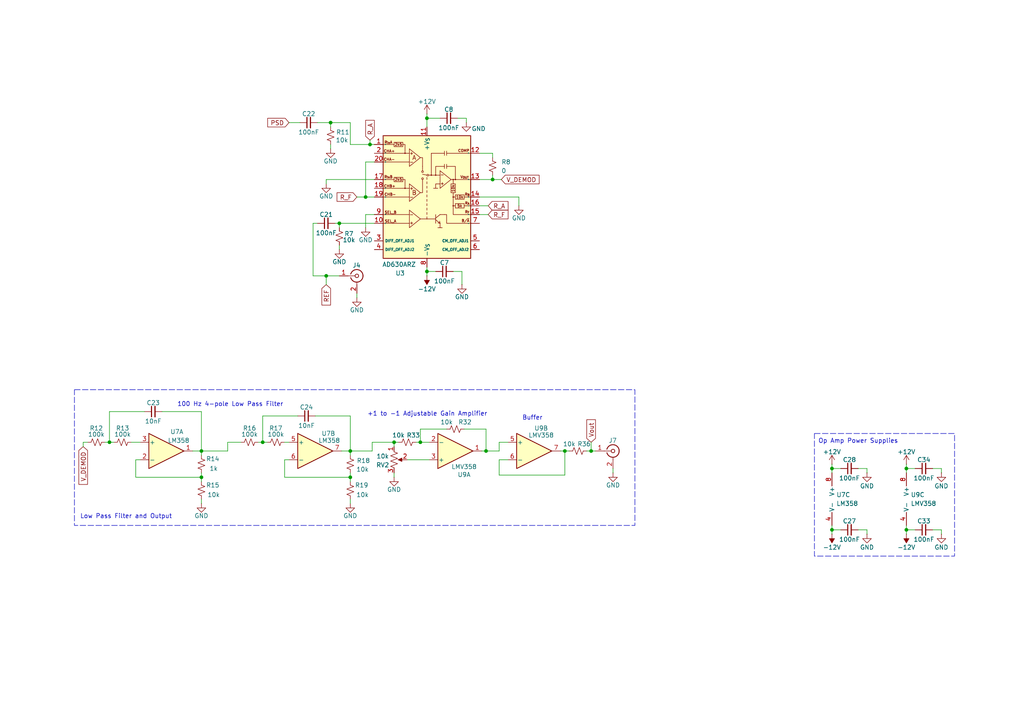
<source format=kicad_sch>
(kicad_sch (version 20231120) (generator "eeschema") (generator_version "8.0")
  (paper "A4")
  (lib_symbols
    (symbol "Amplifier_Operational:LM358" (pin_names (offset 0.127))
      (property "Reference" "U" (at 0 5.08 0))
      (property "Value" "LM358" (at 0 -5.08 0))
      (symbol "LM358_1_1"
        (polyline (pts (xy -5.08 5.08) (xy 5.08 0) (xy -5.08 -5.08) (xy -5.08 5.08)) (stroke (width 0.254)) (fill (type background)))
        (pin output line (at 7.62 0 180) (length 2.54) (name "~") (number "1"))
        (pin input line (at -7.62 -2.54 0) (length 2.54) (name "-") (number "2"))
        (pin input line (at -7.62 2.54 0) (length 2.54) (name "+") (number "3"))
      )
      (symbol "LM358_2_1"
        (polyline (pts (xy -5.08 5.08) (xy 5.08 0) (xy -5.08 -5.08) (xy -5.08 5.08)) (stroke (width 0.254)) (fill (type background)))
        (pin input line (at -7.62 2.54 0) (length 2.54) (name "+") (number "5"))
        (pin input line (at -7.62 -2.54 0) (length 2.54) (name "-") (number "6"))
        (pin output line (at 7.62 0 180) (length 2.54) (name "~") (number "7"))
      )
      (symbol "LM358_3_1"
        (pin power_in line (at -2.54 -7.62 90) (length 3.81) (name "V-") (number "4"))
        (pin power_in line (at -2.54 7.62 270) (length 3.81) (name "V+") (number "8"))
      )
    )
    (symbol "Amplifier_Operational:LMV358" (pin_names (offset 0.127))
      (property "Reference" "U" (at 0 5.08 0))
      (property "Value" "LMV358" (at 0 -5.08 0))
      (symbol "LMV358_1_1"
        (polyline (pts (xy -5.08 5.08) (xy 5.08 0) (xy -5.08 -5.08) (xy -5.08 5.08)) (stroke (width 0.254)) (fill (type background)))
        (pin output line (at 7.62 0 180) (length 2.54) (name "~") (number "1"))
        (pin input line (at -7.62 -2.54 0) (length 2.54) (name "-") (number "2"))
        (pin input line (at -7.62 2.54 0) (length 2.54) (name "+") (number "3"))
      )
      (symbol "LMV358_2_1"
        (polyline (pts (xy -5.08 5.08) (xy 5.08 0) (xy -5.08 -5.08) (xy -5.08 5.08)) (stroke (width 0.254)) (fill (type background)))
        (pin input line (at -7.62 2.54 0) (length 2.54) (name "+") (number "5"))
        (pin input line (at -7.62 -2.54 0) (length 2.54) (name "-") (number "6"))
        (pin output line (at 7.62 0 180) (length 2.54) (name "~") (number "7"))
      )
      (symbol "LMV358_3_1"
        (pin power_in line (at -2.54 -7.62 90) (length 3.81) (name "V-") (number "4"))
        (pin power_in line (at -2.54 7.62 270) (length 3.81) (name "V+") (number "8"))
      )
    )
    (symbol "Analog:AD630ARZ"
      (property "Reference" "U" (at -8.89 19.05 0))
      (property "Value" "AD630ARZ" (at 6.35 19.05 0))
      (symbol "AD630ARZ_0_0"
        (text "+" (at -4.445 -7.493 0) (effects (font (size 0.889 0.889))))
        (text "+" (at -4.445 2.54 0) (effects (font (size 0.889 0.889))))
        (text "+" (at -4.445 12.7 0) (effects (font (size 0.889 0.889))))
        (text "+" (at 4.445 3.937 0) (effects (font (size 0.889 0.889))))
        (text "-" (at -4.445 -5.08 0) (effects (font (size 0.889 0.889))))
        (text "-" (at -4.445 0 0) (effects (font (size 0.889 0.889))))
        (text "-" (at -4.445 10.16 0) (effects (font (size 0.889 0.889))))
        (text "-" (at 4.445 6.477 0) (effects (font (size 0.889 0.889))))
        (text "10k" (at 7.62 2.54 900) (effects (font (size 0.762 0.762))))
        (text "10k" (at 9.525 0 0) (effects (font (size 0.762 0.762))))
        (text "2k5" (at -8.255 5.08 0) (effects (font (size 0.762 0.762))))
        (text "2k5" (at -8.255 15.24 0) (effects (font (size 0.762 0.762))))
        (text "5k" (at 9.525 -2.54 0) (effects (font (size 0.762 0.762))))
        (text "A" (at -3.683 11.43 0) (effects (font (size 1.27 1.27))))
        (text "B" (at -3.683 1.27 0) (effects (font (size 1.27 1.27))))
        (text "B/~{A}" (at 11.176 -6.858 0) (effects (font (size 0.762 0.762))))
        (text "CHA+" (at -10.922 13.335 0) (effects (font (size 0.762 0.762))))
        (text "CHA-" (at -10.922 10.922 0) (effects (font (size 0.762 0.762))))
        (text "CHB+" (at -10.795 3.175 0) (effects (font (size 0.762 0.762))))
        (text "CHB-" (at -10.668 0.762 0) (effects (font (size 0.762 0.762))))
        (text "COMP" (at 10.668 13.462 0) (effects (font (size 0.762 0.762))))
        (text "R_{A}" (at 11.684 -1.778 0) (effects (font (size 0.762 0.762))))
        (text "R_{B}" (at 11.684 0.762 0) (effects (font (size 0.762 0.762))))
        (text "R_{F}" (at 11.684 -4.318 0) (effects (font (size 0.762 0.762))))
        (text "R_{in}A" (at -11.176 15.875 0) (effects (font (size 0.762 0.762))))
        (text "R_{in}B" (at -11.176 5.842 0) (effects (font (size 0.762 0.762))))
        (text "SEL_A" (at -10.541 -6.985 0) (effects (font (size 0.762 0.762))))
        (text "SEL_B" (at -10.541 -4.445 0) (effects (font (size 0.762 0.762))))
        (text "V_{OUT}" (at 10.922 5.842 0) (effects (font (size 0.762 0.762))))
      )
      (symbol "AD630ARZ_0_1"
        (rectangle (start -12.7 17.78) (end 12.7 -17.78) (stroke (width 0.254)) (fill (type background)))
        (circle (center -6.35 2.54) (radius 0.127))
        (circle (center -6.35 12.7) (radius 0.127))
        (circle (center -1.27 5.334) (radius 0.254))
        (circle (center -1.27 7.366) (radius 0.254))
        (polyline (pts (xy -12.7 -7.62) (xy -5.08 -7.62)))
        (polyline (pts (xy -12.7 -5.08) (xy -5.08 -5.08)))
        (polyline (pts (xy -12.7 0) (xy -5.08 0)))
        (polyline (pts (xy -12.7 5.08) (xy -9.525 5.08)))
        (polyline (pts (xy -12.7 10.16) (xy -5.08 10.16)))
        (polyline (pts (xy -12.7 15.24) (xy -9.525 15.24)))
        (polyline (pts (xy -6.35 12.7) (xy -5.08 12.7)))
        (polyline (pts (xy -1.905 -6.35) (xy 0 -6.35)))
        (polyline (pts (xy -1.27 8.89) (xy -1.27 7.62)))
        (polyline (pts (xy 0 -6.35) (xy 2.54 -6.35)))
        (polyline (pts (xy 0 -5.715) (xy 0 -6.35)))
        (polyline (pts (xy 0 -4.445) (xy 0 -5.08)))
        (polyline (pts (xy 0 -3.175) (xy 0 -3.81)))
        (polyline (pts (xy 0 -1.905) (xy 0 -2.54)))
        (polyline (pts (xy 0 -0.635) (xy 0 -1.27)))
        (polyline (pts (xy 0 0.635) (xy 0 0)))
        (polyline (pts (xy 0 1.905) (xy 0 1.27)))
        (polyline (pts (xy 0 3.175) (xy 0 2.54)))
        (polyline (pts (xy 0 4.445) (xy 0 3.81)))
        (polyline (pts (xy 0 5.715) (xy 0 5.08)))
        (polyline (pts (xy 0 6.35) (xy -1.27 6.604)))
        (polyline (pts (xy 1.27 6.35) (xy 0.508 6.35)))
        (polyline (pts (xy 1.27 6.35) (xy 1.27 12.7)))
        (polyline (pts (xy 1.27 6.35) (xy 3.81 6.35)))
        (polyline (pts (xy 1.905 2.54) (xy 3.175 2.54)))
        (polyline (pts (xy 2.54 -6.604) (xy 3.81 -7.62)))
        (polyline (pts (xy 2.54 -6.096) (xy 3.81 -5.08)))
        (polyline (pts (xy 2.54 -5.08) (xy 2.54 -7.62)))
        (polyline (pts (xy 3.81 -8.89) (xy 4.445 -8.89)))
        (polyline (pts (xy 3.81 -5.08) (xy 5.08 -5.08)))
        (polyline (pts (xy 3.81 7.62) (xy 3.81 2.54)))
        (polyline (pts (xy 5.08 9.525) (xy 5.08 8.255)))
        (polyline (pts (xy 5.08 12.065) (xy 5.08 12.7)))
        (polyline (pts (xy 5.715 9.525) (xy 5.715 8.255)))
        (polyline (pts (xy 5.715 12.7) (xy 12.7 12.7)))
        (polyline (pts (xy 5.715 13.335) (xy 5.715 12.065)))
        (polyline (pts (xy 7.62 1.27) (xy 7.62 -2.54)))
        (polyline (pts (xy 7.62 5.08) (xy 12.7 5.08)))
        (polyline (pts (xy 8.255 -2.54) (xy 7.62 -2.54)))
        (polyline (pts (xy 8.255 0) (xy 7.62 0)))
        (polyline (pts (xy 10.795 -2.54) (xy 12.7 -2.54)))
        (polyline (pts (xy 10.795 0) (xy 12.7 0)))
        (polyline (pts (xy -6.35 2.54) (xy -5.715 2.54) (xy -5.08 2.54)))
        (polyline (pts (xy -1.905 1.27) (xy -1.27 1.27) (xy -1.27 5.08)))
        (polyline (pts (xy -1.905 11.43) (xy -1.27 11.43) (xy -1.27 8.89)))
        (polyline (pts (xy 1.27 12.7) (xy 5.08 12.7) (xy 5.08 13.335)))
        (polyline (pts (xy 2.54 6.35) (xy 2.54 8.89) (xy 5.08 8.89)))
        (polyline (pts (xy 3.683 -6.985) (xy 3.81 -7.62) (xy 3.175 -7.493)))
        (polyline (pts (xy 3.81 -7.62) (xy 3.81 -8.89) (xy 3.175 -8.89)))
        (polyline (pts (xy 3.81 3.81) (xy 2.54 3.81) (xy 2.54 2.54)))
        (polyline (pts (xy 3.81 7.62) (xy 6.985 5.08) (xy 3.81 2.54)))
        (polyline (pts (xy 5.715 8.89) (xy 8.255 8.89) (xy 8.255 5.08)))
        (polyline (pts (xy 7.62 -2.54) (xy 7.62 -5.08) (xy 12.7 -5.08)))
        (polyline (pts (xy 7.62 3.81) (xy 7.62 5.08) (xy 6.985 5.08)))
        (polyline (pts (xy -6.985 5.08) (xy -6.35 5.08) (xy -6.35 2.54) (xy -12.7 2.54)))
        (polyline (pts (xy -6.985 15.24) (xy -6.35 15.24) (xy -6.35 12.7) (xy -12.7 12.7)))
        (polyline (pts (xy -5.08 -3.81) (xy -5.08 -8.89) (xy -1.905 -6.35) (xy -5.08 -3.81)))
        (polyline (pts (xy -5.08 3.81) (xy -5.08 -1.27) (xy -1.905 1.27) (xy -5.08 3.81)))
        (polyline (pts (xy -5.08 13.97) (xy -5.08 8.89) (xy -1.905 11.43) (xy -5.08 13.97)))
        (polyline (pts (xy 5.08 -5.08) (xy 5.715 -5.08) (xy 5.715 -7.62) (xy 12.7 -7.62)))
        (polyline (pts (xy -9.525 5.715) (xy -9.525 4.445) (xy -6.985 4.445) (xy -6.985 5.715) (xy -9.525 5.715)))
        (polyline (pts (xy -9.525 15.875) (xy -9.525 14.605) (xy -6.985 14.605) (xy -6.985 15.875) (xy -9.525 15.875)))
        (polyline (pts (xy 6.985 3.81) (xy 8.255 3.81) (xy 8.255 1.27) (xy 6.985 1.27) (xy 6.985 3.81)))
        (polyline (pts (xy 8.255 -1.905) (xy 8.255 -3.175) (xy 10.795 -3.175) (xy 10.795 -1.905) (xy 8.255 -1.905)))
        (polyline (pts (xy 8.255 0.635) (xy 8.255 -0.635) (xy 10.795 -0.635) (xy 10.795 0.635) (xy 8.255 0.635)))
        (circle (center 0.254 6.35) (radius 0.254))
        (circle (center 1.27 6.35) (radius 0.127))
        (circle (center 2.54 6.35) (radius 0.127))
        (circle (center 7.62 -2.54) (radius 0.127))
        (circle (center 7.62 0) (radius 0.127))
        (circle (center 7.62 5.08) (radius 0.127))
        (circle (center 8.255 5.08) (radius 0.127))
      )
      (symbol "AD630ARZ_1_1"
        (pin input line (at -15.24 15.24 0) (length 2.54) (name "R_{in}A") (number "1"))
        (pin input line (at -15.24 -7.62 0) (length 2.54) (name "SEL_A") (number "10"))
        (pin power_in line (at 0 20.32 270) (length 2.54) (name "+V_{S}") (number "11"))
        (pin passive line (at 15.24 12.7 180) (length 2.54) (name "COMP") (number "12"))
        (pin output line (at 15.24 5.08 180) (length 2.54) (name "V_{OUT}") (number "13"))
        (pin output line (at 15.24 0 180) (length 2.54) (name "R_{B}") (number "14"))
        (pin output line (at 15.24 -5.08 180) (length 2.54) (name "R_{F}") (number "15"))
        (pin output line (at 15.24 -2.54 180) (length 2.54) (name "R_{A}") (number "16"))
        (pin input line (at -15.24 5.08 0) (length 2.54) (name "R_{in}B") (number "17"))
        (pin input line (at -15.24 2.54 0) (length 2.54) (name "CHB+") (number "18"))
        (pin input line (at -15.24 0 0) (length 2.54) (name "CHB-") (number "19"))
        (pin input line (at -15.24 12.7 0) (length 2.54) (name "CHA+") (number "2"))
        (pin input line (at -15.24 10.16 0) (length 2.54) (name "CHA-") (number "20"))
        (pin passive line (at -15.24 -12.7 0) (length 2.54) (name "DIFF_OFF_ADJ1") (number "3"))
        (pin passive line (at -15.24 -15.24 0) (length 2.54) (name "DIFF_OFF_ADJ2") (number "4"))
        (pin passive line (at 15.24 -12.7 180) (length 2.54) (name "CM_OFF_ADJ1") (number "5"))
        (pin passive line (at 15.24 -15.24 180) (length 2.54) (name "CM_OFF_ADJ2") (number "6"))
        (pin open_collector line (at 15.24 -7.62 180) (length 2.54) (name "B/~{A}") (number "7"))
        (pin power_in line (at 0 -20.32 90) (length 2.54) (name "-V_{S}") (number "8"))
        (pin input line (at -15.24 -5.08 0) (length 2.54) (name "SEL_B") (number "9"))
      )
    )
    (symbol "Connector:Conn_Coaxial" (pin_names (offset 1.016) hide)
      (property "Reference" "J" (at 0.254 3.048 0))
      (property "Value" "Conn_Coaxial" (at 2.921 0 90))
      (symbol "Conn_Coaxial_0_1"
        (arc (start -1.778 -0.508) (mid 0.2311 -1.8066) (end 1.778 0) (stroke (width 0.254)))
        (polyline (pts (xy -2.54 0) (xy -0.508 0)))
        (polyline (pts (xy 0 -2.54) (xy 0 -1.778)))
        (circle (center 0 0) (radius 0.508) (stroke (width 0.2032)))
        (arc (start 1.778 0) (mid 0.2099 1.8101) (end -1.778 0.508) (stroke (width 0.254)))
      )
      (symbol "Conn_Coaxial_1_1"
        (pin passive line (at -5.08 0 0) (length 2.54) (name "In") (number "1"))
        (pin passive line (at 0 -5.08 90) (length 2.54) (name "Ext") (number "2"))
      )
    )
    (symbol "Device:C_Small" (pin_numbers hide) (pin_names (offset 0.254) hide)
      (property "Reference" "C" (at 0.254 1.778 0))
      (property "Value" "C_Small" (at 0.254 -2.032 0))
      (symbol "C_Small_0_1"
        (polyline (pts (xy -1.524 -0.508) (xy 1.524 -0.508)) (stroke (width 0.3302)))
        (polyline (pts (xy -1.524 0.508) (xy 1.524 0.508)) (stroke (width 0.3048)))
      )
      (symbol "C_Small_1_1"
        (pin passive line (at 0 2.54 270) (length 2.032) (name "~") (number "1"))
        (pin passive line (at 0 -2.54 90) (length 2.032) (name "~") (number "2"))
      )
    )
    (symbol "Device:R_Potentiometer_US" (pin_names (offset 1.016) hide)
      (property "Reference" "RV" (at -4.445 0 90))
      (property "Value" "R_Potentiometer_US" (at -2.54 0 90))
      (symbol "R_Potentiometer_US_0_1"
        (polyline (pts (xy 0 -2.286) (xy 0 -2.54)))
        (polyline (pts (xy 0 2.54) (xy 0 2.286)))
        (polyline (pts (xy 2.54 0) (xy 1.524 0)))
        (polyline (pts (xy 1.143 0) (xy 2.286 0.508) (xy 2.286 -0.508) (xy 1.143 0)) (fill (type outline)))
        (polyline (pts (xy 0 -0.762) (xy 1.016 -1.143) (xy 0 -1.524) (xy -1.016 -1.905) (xy 0 -2.286)))
        (polyline (pts (xy 0 0.762) (xy 1.016 0.381) (xy 0 0) (xy -1.016 -0.381) (xy 0 -0.762)))
        (polyline (pts (xy 0 2.286) (xy 1.016 1.905) (xy 0 1.524) (xy -1.016 1.143) (xy 0 0.762)))
      )
      (symbol "R_Potentiometer_US_1_1"
        (pin passive line (at 0 3.81 270) (length 1.27) (name "1") (number "1"))
        (pin passive line (at 3.81 0 180) (length 1.27) (name "2") (number "2"))
        (pin passive line (at 0 -3.81 90) (length 1.27) (name "3") (number "3"))
      )
    )
    (symbol "Device:R_Small_US" (pin_numbers hide) (pin_names (offset 0.254) hide)
      (property "Reference" "R" (at 0.762 0.508 0))
      (property "Value" "R_Small_US" (at 0.762 -1.016 0))
      (symbol "R_Small_US_1_1"
        (polyline (pts (xy 0 0) (xy 1.016 -0.381) (xy 0 -0.762) (xy -1.016 -1.143) (xy 0 -1.524)))
        (polyline (pts (xy 0 1.524) (xy 1.016 1.143) (xy 0 0.762) (xy -1.016 0.381) (xy 0 0)))
        (pin passive line (at 0 2.54 270) (length 1.016) (name "~") (number "1"))
        (pin passive line (at 0 -2.54 90) (length 1.016) (name "~") (number "2"))
      )
    )
    (symbol "power:+12V" (power) (pin_numbers hide) (pin_names (offset 0) hide)
      (property "Value" "+12V" (at 0 3.556 0))
      (symbol "+12V_0_1"
        (polyline (pts (xy -0.762 1.27) (xy 0 2.54)))
        (polyline (pts (xy 0 0) (xy 0 2.54)))
        (polyline (pts (xy 0 2.54) (xy 0.762 1.27)))
      )
      (symbol "+12V_1_1"
        (pin power_in line (at 0 0 90) (length 0) (name "~") (number "1"))
      )
    )
    (symbol "power:-12V" (power) (pin_numbers hide) (pin_names (offset 0) hide)
      (property "Value" "-12V" (at 0 3.556 0))
      (symbol "-12V_0_0"
        (pin power_in line (at 0 0 90) (length 0) (name "~") (number "1"))
      )
      (symbol "-12V_0_1"
        (polyline (pts (xy 0 0) (xy 0 1.27) (xy 0.762 1.27) (xy 0 2.54) (xy -0.762 1.27) (xy 0 1.27)) (fill (type outline)))
      )
    )
    (symbol "power:GND" (power) (pin_numbers hide) (pin_names (offset 0) hide)
      (property "Value" "GND" (at 0 -3.81 0))
      (symbol "GND_0_1"
        (polyline (pts (xy 0 0) (xy 0 -1.27) (xy 1.27 -1.27) (xy 0 -2.54) (xy -1.27 -1.27) (xy 0 -1.27)))
      )
      (symbol "GND_1_1"
        (pin power_in line (at 0 0 270) (length 0) (name "~") (number "1"))
      )
    )
  )
  (junction (at 58.42 130.81))
  (junction (at 123.825 78.74))
  (junction (at 140.97 130.81))
  (junction (at 76.2 128.27))
  (junction (at 94.615 80.01))
  (junction (at 95.885 35.56))
  (junction (at 241.3 135.89))
  (junction (at 262.89 153.67))
  (junction (at 106.045 57.15))
  (junction (at 123.825 34.29))
  (junction (at 58.42 138.43))
  (junction (at 101.6 138.43))
  (junction (at 163.83 130.81))
  (junction (at 107.315 41.91))
  (junction (at 262.89 135.89))
  (junction (at 31.75 128.27))
  (junction (at 98.425 64.77))
  (junction (at 142.875 52.07))
  (junction (at 101.6 130.81))
  (junction (at 241.3 153.67))
  (junction (at 171.45 130.81))
  (junction (at 121.92 128.27))
  (junction (at 114.3 128.27))
  (wire (pts (xy 150.495 59.69) (xy 150.495 57.15)))
  (wire (pts (xy 134.62 124.46) (xy 140.97 124.46)))
  (wire (pts (xy 83.82 35.56) (xy 86.995 35.56)))
  (wire (pts (xy 251.46 137.16) (xy 251.46 135.89)))
  (wire (pts (xy 94.615 80.01) (xy 94.615 82.55)))
  (wire (pts (xy 94.615 52.07) (xy 94.615 53.34)))
  (wire (pts (xy 273.05 153.67) (xy 270.51 153.67)))
  (wire (pts (xy 77.47 128.27) (xy 76.2 128.27)))
  (wire (pts (xy 83.82 128.27) (xy 82.55 128.27)))
  (wire (pts (xy 123.825 77.47) (xy 123.825 78.74)))
  (wire (pts (xy 262.89 153.67) (xy 262.89 154.94)))
  (wire (pts (xy 135.255 35.56) (xy 135.255 34.29)))
  (wire (pts (xy 241.3 135.89) (xy 241.3 137.16)))
  (wire (pts (xy 58.42 132.08) (xy 58.42 130.81)))
  (wire (pts (xy 108.585 57.15) (xy 106.045 57.15)))
  (wire (pts (xy 139.065 44.45) (xy 142.875 44.45)))
  (wire (pts (xy 241.3 153.67) (xy 241.3 154.94)))
  (wire (pts (xy 114.3 128.27) (xy 115.57 128.27)))
  (wire (pts (xy 265.43 153.67) (xy 262.89 153.67)))
  (wire (pts (xy 243.84 135.89) (xy 241.3 135.89)))
  (wire (pts (xy 139.065 52.07) (xy 142.875 52.07)))
  (wire (pts (xy 101.6 130.81) (xy 99.06 130.81)))
  (wire (pts (xy 58.42 130.81) (xy 55.88 130.81)))
  (wire (pts (xy 106.045 46.99) (xy 108.585 46.99)))
  (wire (pts (xy 251.46 153.67) (xy 248.92 153.67)))
  (wire (pts (xy 82.55 138.43) (xy 82.55 133.35)))
  (wire (pts (xy 114.3 137.16) (xy 114.3 138.43)))
  (wire (pts (xy 58.42 146.05) (xy 58.42 144.78)))
  (wire (pts (xy 101.6 120.65) (xy 101.6 130.81)))
  (wire (pts (xy 101.6 41.91) (xy 101.6 35.56)))
  (wire (pts (xy 24.13 129.54) (xy 24.13 128.27)))
  (wire (pts (xy 101.6 138.43) (xy 101.6 139.7)))
  (wire (pts (xy 147.32 133.35) (xy 144.78 133.35)))
  (wire (pts (xy 123.825 33.02) (xy 123.825 34.29)))
  (wire (pts (xy 241.3 134.62) (xy 241.3 135.89)))
  (wire (pts (xy 107.315 41.91) (xy 108.585 41.91)))
  (wire (pts (xy 133.985 78.74) (xy 131.445 78.74)))
  (wire (pts (xy 163.83 130.81) (xy 163.83 137.795)))
  (wire (pts (xy 123.825 34.29) (xy 127.635 34.29)))
  (wire (pts (xy 58.42 119.38) (xy 58.42 130.81)))
  (wire (pts (xy 106.045 57.15) (xy 106.045 46.99)))
  (wire (pts (xy 147.32 128.27) (xy 144.78 128.27)))
  (wire (pts (xy 142.875 44.45) (xy 142.875 45.72)))
  (wire (pts (xy 30.48 128.27) (xy 31.75 128.27)))
  (wire (pts (xy 273.05 137.16) (xy 273.05 135.89)))
  (wire (pts (xy 123.825 78.74) (xy 123.825 80.01)))
  (wire (pts (xy 76.2 128.27) (xy 74.93 128.27)))
  (wire (pts (xy 273.05 154.94) (xy 273.05 153.67)))
  (wire (pts (xy 144.78 130.81) (xy 140.97 130.81)))
  (wire (pts (xy 126.365 78.74) (xy 123.825 78.74)))
  (wire (pts (xy 121.92 124.46) (xy 129.54 124.46)))
  (wire (pts (xy 31.75 119.38) (xy 41.91 119.38)))
  (wire (pts (xy 124.46 128.27) (xy 121.92 128.27)))
  (wire (pts (xy 262.89 153.67) (xy 262.89 152.4)))
  (wire (pts (xy 82.55 133.35) (xy 83.82 133.35)))
  (wire (pts (xy 171.45 130.81) (xy 172.72 130.81)))
  (wire (pts (xy 98.425 64.77) (xy 108.585 64.77)))
  (wire (pts (xy 38.1 128.27) (xy 40.64 128.27)))
  (wire (pts (xy 107.95 130.81) (xy 107.95 128.27)))
  (wire (pts (xy 106.045 62.23) (xy 108.585 62.23)))
  (wire (pts (xy 101.6 35.56) (xy 95.885 35.56)))
  (wire (pts (xy 95.885 35.56) (xy 95.885 36.83)))
  (wire (pts (xy 140.97 124.46) (xy 140.97 130.81)))
  (wire (pts (xy 66.04 128.27) (xy 66.04 130.81)))
  (wire (pts (xy 58.42 138.43) (xy 58.42 139.7)))
  (wire (pts (xy 121.92 128.27) (xy 120.65 128.27)))
  (wire (pts (xy 177.8 135.89) (xy 177.8 137.16)))
  (wire (pts (xy 163.83 130.81) (xy 165.1 130.81)))
  (wire (pts (xy 101.6 137.16) (xy 101.6 138.43)))
  (wire (pts (xy 101.6 138.43) (xy 82.55 138.43)))
  (wire (pts (xy 39.37 138.43) (xy 58.42 138.43)))
  (wire (pts (xy 90.805 64.77) (xy 92.075 64.77)))
  (wire (pts (xy 144.78 128.27) (xy 144.78 130.81)))
  (wire (pts (xy 24.13 128.27) (xy 25.4 128.27)))
  (wire (pts (xy 90.805 80.01) (xy 94.615 80.01)))
  (wire (pts (xy 170.18 130.81) (xy 171.45 130.81)))
  (wire (pts (xy 139.065 59.69) (xy 141.605 59.69)))
  (wire (pts (xy 132.715 34.29) (xy 135.255 34.29)))
  (wire (pts (xy 139.065 62.23) (xy 141.605 62.23)))
  (wire (pts (xy 40.64 133.35) (xy 39.37 133.35)))
  (wire (pts (xy 101.6 130.81) (xy 107.95 130.81)))
  (wire (pts (xy 31.75 128.27) (xy 33.02 128.27)))
  (wire (pts (xy 273.05 135.89) (xy 270.51 135.89)))
  (wire (pts (xy 133.985 82.55) (xy 133.985 78.74)))
  (wire (pts (xy 46.99 119.38) (xy 58.42 119.38)))
  (wire (pts (xy 106.045 62.23) (xy 106.045 66.04)))
  (wire (pts (xy 262.89 134.62) (xy 262.89 135.89)))
  (wire (pts (xy 118.11 133.35) (xy 124.46 133.35)))
  (wire (pts (xy 123.825 34.29) (xy 123.825 36.83)))
  (wire (pts (xy 101.6 130.81) (xy 101.6 132.08)))
  (wire (pts (xy 107.315 41.91) (xy 101.6 41.91)))
  (wire (pts (xy 90.805 80.01) (xy 90.805 64.77)))
  (wire (pts (xy 241.3 152.4) (xy 241.3 153.67)))
  (wire (pts (xy 31.75 119.38) (xy 31.75 128.27)))
  (wire (pts (xy 66.04 130.81) (xy 58.42 130.81)))
  (wire (pts (xy 262.89 135.89) (xy 262.89 137.16)))
  (wire (pts (xy 98.425 71.12) (xy 98.425 72.39)))
  (wire (pts (xy 98.425 64.77) (xy 97.155 64.77)))
  (wire (pts (xy 142.875 52.07) (xy 145.415 52.07)))
  (wire (pts (xy 171.45 128.27) (xy 171.45 130.81)))
  (wire (pts (xy 58.42 137.16) (xy 58.42 138.43)))
  (wire (pts (xy 107.315 40.64) (xy 107.315 41.91)))
  (wire (pts (xy 98.425 64.77) (xy 98.425 66.04)))
  (wire (pts (xy 108.585 52.07) (xy 94.615 52.07)))
  (wire (pts (xy 140.97 130.81) (xy 139.7 130.81)))
  (wire (pts (xy 103.505 57.15) (xy 106.045 57.15)))
  (wire (pts (xy 114.3 129.54) (xy 114.3 128.27)))
  (wire (pts (xy 76.2 120.65) (xy 76.2 128.27)))
  (wire (pts (xy 91.44 120.65) (xy 101.6 120.65)))
  (wire (pts (xy 144.78 137.795) (xy 163.83 137.795)))
  (wire (pts (xy 103.505 85.09) (xy 103.505 86.36)))
  (wire (pts (xy 69.85 128.27) (xy 66.04 128.27)))
  (wire (pts (xy 142.875 50.8) (xy 142.875 52.07)))
  (wire (pts (xy 95.885 41.91) (xy 95.885 43.18)))
  (wire (pts (xy 251.46 154.94) (xy 251.46 153.67)))
  (wire (pts (xy 94.615 80.01) (xy 98.425 80.01)))
  (wire (pts (xy 163.83 130.81) (xy 162.56 130.81)))
  (wire (pts (xy 121.92 124.46) (xy 121.92 128.27)))
  (wire (pts (xy 265.43 135.89) (xy 262.89 135.89)))
  (wire (pts (xy 243.84 153.67) (xy 241.3 153.67)))
  (wire (pts (xy 95.885 35.56) (xy 92.075 35.56)))
  (wire (pts (xy 144.78 133.35) (xy 144.78 137.795)))
  (wire (pts (xy 107.95 128.27) (xy 114.3 128.27)))
  (wire (pts (xy 39.37 133.35) (xy 39.37 138.43)))
  (wire (pts (xy 251.46 135.89) (xy 248.92 135.89)))
  (wire (pts (xy 76.2 120.65) (xy 86.36 120.65)))
  (wire (pts (xy 101.6 144.78) (xy 101.6 146.05)))
  (wire (pts (xy 150.495 57.15) (xy 139.065 57.15)))
  (rectangle (start 21.59 113.03) (end 184.15 152.4) (stroke (width 0) (type dash)))
  (rectangle (start 236.22 125.73) (end 276.86 161.29) (stroke (width 0) (type dash)))
  (text "Low Pass Filter and Output" (at 36.576 149.86 0) (effects (font (size 1.27 1.27))))
  (text "100 Hz 4-pole Low Pass Filter" (at 66.802 117.348 0) (effects (font (size 1.27 1.27))))
  (text "Op Amp Power Supplies" (at 248.92 128.016 0) (effects (font (size 1.27 1.27))))
  (text "Buffer" (at 154.432 121.285 0) (effects (font (size 1.27 1.27))))
  (text "+1 to -1 Adjustable Gain Amplifier" (at 123.952 120.142 0) (effects (font (size 1.27 1.27))))
  (global_label "R_F" (shape input) (at 141.605 62.23 0) (property "Intersheetrefs" "${INTERSHEET_REFS}" (effects (hide yes))))
  (global_label "R_A" (shape input) (at 107.315 40.64 90) (property "Intersheetrefs" "${INTERSHEET_REFS}" (effects (hide yes))))
  (global_label "Vout" (shape input) (at 171.45 128.27 90) (property "Intersheetrefs" "${INTERSHEET_REFS}" (effects (hide yes))))
  (global_label "V_DEMOD" (shape input) (at 145.415 52.07 0) (property "Intersheetrefs" "${INTERSHEET_REFS}" (effects (hide yes))))
  (global_label "R_F" (shape input) (at 103.505 57.15 180) (property "Intersheetrefs" "${INTERSHEET_REFS}" (effects (hide yes))))
  (global_label "V_DEMOD" (shape input) (at 24.13 129.54 270) (property "Intersheetrefs" "${INTERSHEET_REFS}" (effects (hide yes))))
  (global_label "PSD" (shape input) (at 83.82 35.56 180) (property "Intersheetrefs" "${INTERSHEET_REFS}" (effects (hide yes))))
  (global_label "REF" (shape input) (at 94.615 82.55 270) (property "Intersheetrefs" "${INTERSHEET_REFS}" (effects (hide yes))))
  (global_label "R_A" (shape input) (at 141.605 59.69 0) (property "Intersheetrefs" "${INTERSHEET_REFS}" (effects (hide yes))))
  (symbol (lib_id "power:GND") (at 135.255 35.56 0) (unit 1)
    (property "Reference" "#PWR054" (effects (hide yes)))
    (property "Value" "GND" (at 138.811 37.338 0))
    (property "Description" "Power symbol creates a global label with name \"GND\" , ground" (effects (hide yes)))
  )
  (symbol (lib_id "power:GND") (at 150.495 59.69 0) (unit 1)
    (property "Reference" "#PWR056" (effects (hide yes)))
    (property "Value" "GND" (at 150.495 63.246 0))
    (property "Description" "Power symbol creates a global label with name \"GND\" , ground" (effects (hide yes)))
  )
  (symbol (lib_id "Device:C_Small") (at 130.175 34.29 90) (unit 1)
    (property "Reference" "C8" (at 130.175 31.75 90))
    (property "Value" "100nF" (at 130.175 37.084 90))
    (property "Description" "Unpolarized capacitor, small symbol" (effects (hide yes)))
  )
  (symbol (lib_id "Device:C_Small") (at 44.45 119.38 90) (unit 1)
    (property "Reference" "C23" (at 44.45 116.84 90))
    (property "Value" "10nF" (at 44.45 122.174 90))
    (property "Description" "Unpolarized capacitor, small symbol" (effects (hide yes)))
  )
  (symbol (lib_id "Device:R_Small_US") (at 142.875 48.26 0) (unit 1)
    (property "Reference" "R8" (at 145.415 46.9899 0) (effects (justify left)))
    (property "Value" "0" (at 145.415 49.5299 0) (effects (justify left)))
    (property "Description" "Resistor, small US symbol" (effects (hide yes)))
  )
  (symbol (lib_id "Device:R_Small_US") (at 35.56 128.27 90) (unit 1)
    (property "Reference" "R13" (at 35.56 124.206 90))
    (property "Value" "100k" (at 35.56 125.984 90))
    (property "Description" "Resistor, small US symbol" (effects (hide yes)))
  )
  (symbol (lib_id "Amplifier_Operational:LM358") (at 48.26 130.81 0) (unit 1)
    (property "Reference" "U7" (at 51.308 125.222 0))
    (property "Value" "LM358" (at 51.816 127.762 0))
    (property "Footprint" "Package_SO:SOIC-8_3.9x4.9mm_P1.27mm" (effects (hide yes)))
    (property "Datasheet" "http://www.ti.com/lit/ds/symlink/lm2904-n.pdf" (effects (hide yes)))
    (property "Description" "Low-Power, Dual Operational Amplifiers, DIP-8/SOIC-8/TO-99-8" (effects (hide yes)))
  )
  (symbol (lib_id "Connector:Conn_Coaxial") (at 103.505 80.01 0) (unit 1)
    (property "Reference" "J4" (at 102.235 76.962 0) (effects (justify left)))
    (property "Value" "Conn_Coaxial" (effects (hide yes)))
    (property "Description" "coaxial connector (BNC, SMA, SMB, SMC, Cinch/RCA, LEMO, ...)" (effects (hide yes)))
  )
  (symbol (lib_id "power:+12V") (at 241.3 134.62 0) (unit 1)
    (property "Reference" "#PWR062" (effects (hide yes)))
    (property "Value" "+12V" (at 241.3 131.064 0))
    (property "Description" "Power symbol creates a global label with name \"+12V\"" (effects (hide yes)))
  )
  (symbol (lib_id "Device:R_Small_US") (at 118.11 128.27 90) (unit 1)
    (property "Reference" "R33" (at 119.888 126.238 90))
    (property "Value" "10k" (at 115.57 126.238 90))
    (property "Description" "Resistor, small US symbol" (effects (hide yes)))
  )
  (symbol (lib_id "Device:R_Small_US") (at 58.42 142.24 180) (unit 1)
    (property "Reference" "R15" (at 61.722 140.716 0))
    (property "Value" "10k" (at 61.976 143.51 0))
    (property "Description" "Resistor, small US symbol" (effects (hide yes)))
  )
  (symbol (lib_id "Analog:AD630ARZ") (at 123.825 57.15 0) (unit 1)
    (property "Reference" "U3" (at 114.681 79.248 0) (effects (justify left)))
    (property "Value" "AD630ARZ" (at 110.871 76.708 0) (effects (justify left)))
    (property "Footprint" "Package_SO:SOIC-20W_7.5x12.8mm_P1.27mm" (effects (hide yes)))
    (property "Datasheet" "https://www.analog.com/media/en/technical-documentation/data-sheets/ad630.pdf" (effects (hide yes)))
    (property "Description" "High precision Balanced Modulator/Demodulator, 2 MHz, SOIC-20W" (effects (hide yes)))
  )
  (symbol (lib_id "power:GND") (at 133.985 82.55 0) (unit 1)
    (property "Reference" "#PWR053" (effects (hide yes)))
    (property "Value" "GND" (at 133.985 86.106 0))
    (property "Description" "Power symbol creates a global label with name \"GND\" , ground" (effects (hide yes)))
  )
  (symbol (lib_id "Device:R_Potentiometer_US") (at 114.3 133.35 0) (unit 1)
    (property "Reference" "RV2" (at 110.998 134.874 0))
    (property "Value" "10k" (at 110.998 132.334 0))
    (property "Description" "Potentiometer, US symbol" (effects (hide yes)))
  )
  (symbol (lib_id "Device:R_Small_US") (at 80.01 128.27 90) (unit 1)
    (property "Reference" "R17" (at 80.01 124.206 90))
    (property "Value" "100k" (at 80.01 125.984 90))
    (property "Description" "Resistor, small US symbol" (effects (hide yes)))
  )
  (symbol (lib_id "Amplifier_Operational:LMV358") (at 265.43 144.78 0) (unit 3)
    (property "Reference" "U9" (at 264.16 143.5099 0) (effects (justify left)))
    (property "Value" "LMV358" (at 264.16 146.0499 0) (effects (justify left)))
    (property "Datasheet" "http://www.ti.com/lit/ds/symlink/lmv324.pdf" (effects (hide yes)))
    (property "Description" "Dual Low-Voltage Rail-to-Rail Output Operational Amplifiers, SOIC-8/SSOP-8" (effects (hide yes)))
  )
  (symbol (lib_id "Device:R_Small_US") (at 72.39 128.27 90) (unit 1)
    (property "Reference" "R16" (at 72.39 124.206 90))
    (property "Value" "100k" (at 72.39 125.984 90))
    (property "Description" "Resistor, small US symbol" (effects (hide yes)))
  )
  (symbol (lib_id "power:+12V") (at 123.825 33.02 0) (unit 1)
    (property "Reference" "#PWR051" (effects (hide yes)))
    (property "Value" "+12V" (at 123.825 29.464 0))
    (property "Description" "Power symbol creates a global label with name \"+12V\"" (effects (hide yes)))
  )
  (symbol (lib_id "power:GND") (at 106.045 66.04 0) (unit 1)
    (property "Reference" "#PWR020" (effects (hide yes)))
    (property "Value" "GND" (at 106.045 69.596 0))
    (property "Description" "Power symbol creates a global label with name \"GND\" , ground" (effects (hide yes)))
  )
  (symbol (lib_id "Connector:Conn_Coaxial") (at 177.8 130.81 0) (unit 1)
    (property "Reference" "J7" (at 176.53 127.762 0) (effects (justify left)))
    (property "Value" "Conn_Coaxial" (effects (hide yes)))
    (property "Description" "coaxial connector (BNC, SMA, SMB, SMC, Cinch/RCA, LEMO, ...)" (effects (hide yes)))
  )
  (symbol (lib_id "Device:C_Small") (at 246.38 135.89 90) (unit 1)
    (property "Reference" "C28" (at 246.38 133.35 90))
    (property "Value" "100nF" (at 246.38 138.684 90))
    (property "Description" "Unpolarized capacitor, small symbol" (effects (hide yes)))
  )
  (symbol (lib_id "power:-12V") (at 241.3 154.94 180) (unit 1)
    (property "Reference" "#PWR063" (effects (hide yes)))
    (property "Value" "-12V" (at 241.3 158.75 0))
    (property "Description" "Power symbol creates a global label with name \"-12V\"" (effects (hide yes)))
  )
  (symbol (lib_id "Device:C_Small") (at 267.97 135.89 90) (unit 1)
    (property "Reference" "C34" (at 267.97 133.35 90))
    (property "Value" "100nF" (at 267.97 138.684 90))
    (property "Description" "Unpolarized capacitor, small symbol" (effects (hide yes)))
  )
  (symbol (lib_id "power:-12V") (at 123.825 80.01 180) (unit 1)
    (property "Reference" "#PWR052" (effects (hide yes)))
    (property "Value" "-12V" (at 123.825 83.82 0))
    (property "Description" "Power symbol creates a global label with name \"-12V\"" (effects (hide yes)))
  )
  (symbol (lib_id "Device:R_Small_US") (at 167.64 130.81 90) (unit 1)
    (property "Reference" "R36" (at 169.418 128.778 90))
    (property "Value" "10k" (at 165.1 128.778 90))
    (property "Description" "Resistor, small US symbol" (effects (hide yes)))
  )
  (symbol (lib_id "Amplifier_Operational:LMV358") (at 154.94 130.81 0) (unit 2)
    (property "Reference" "U9" (at 156.972 124.206 0))
    (property "Value" "LMV358" (at 156.972 126.238 0))
    (property "Datasheet" "http://www.ti.com/lit/ds/symlink/lmv324.pdf" (effects (hide yes)))
    (property "Description" "Dual Low-Voltage Rail-to-Rail Output Operational Amplifiers, SOIC-8/SSOP-8" (effects (hide yes)))
  )
  (symbol (lib_id "power:GND") (at 95.885 43.18 0) (unit 1)
    (property "Reference" "#PWR017" (effects (hide yes)))
    (property "Value" "GND" (at 95.885 46.736 0))
    (property "Description" "Power symbol creates a global label with name \"GND\" , ground" (effects (hide yes)))
  )
  (symbol (lib_id "Device:C_Small") (at 94.615 64.77 90) (unit 1)
    (property "Reference" "C21" (at 94.615 62.23 90))
    (property "Value" "100nF" (at 94.615 67.564 90))
    (property "Description" "Unpolarized capacitor, small symbol" (effects (hide yes)))
  )
  (symbol (lib_id "Device:C_Small") (at 267.97 153.67 90) (unit 1)
    (property "Reference" "C33" (at 267.97 151.13 90))
    (property "Value" "100nF" (at 267.97 156.464 90))
    (property "Description" "Unpolarized capacitor, small symbol" (effects (hide yes)))
  )
  (symbol (lib_id "Device:R_Small_US") (at 132.08 124.46 90) (unit 1)
    (property "Reference" "R32" (at 134.874 122.428 90))
    (property "Value" "10k" (at 129.54 122.428 90))
    (property "Description" "Resistor, small US symbol" (effects (hide yes)))
  )
  (symbol (lib_id "Amplifier_Operational:LM358") (at 91.44 130.81 0) (unit 2)
    (property "Reference" "U7" (at 95.25 125.73 0))
    (property "Value" "LM358" (at 95.504 127.762 0))
    (property "Footprint" "Package_SO:SOIC-8_3.9x4.9mm_P1.27mm" (effects (hide yes)))
    (property "Datasheet" "http://www.ti.com/lit/ds/symlink/lm2904-n.pdf" (effects (hide yes)))
    (property "Description" "Low-Power, Dual Operational Amplifiers, DIP-8/SOIC-8/TO-99-8" (effects (hide yes)))
  )
  (symbol (lib_id "Device:R_Small_US") (at 101.6 142.24 180) (unit 1)
    (property "Reference" "R19" (at 104.902 140.716 0))
    (property "Value" "10k" (at 105.156 143.51 0))
    (property "Description" "Resistor, small US symbol" (effects (hide yes)))
  )
  (symbol (lib_id "power:GND") (at 94.615 53.34 0) (unit 1)
    (property "Reference" "#PWR03" (effects (hide yes)))
    (property "Value" "GND" (at 94.615 56.896 0))
    (property "Description" "Power symbol creates a global label with name \"GND\" , ground" (effects (hide yes)))
  )
  (symbol (lib_id "power:GND") (at 273.05 154.94 0) (unit 1)
    (property "Reference" "#PWR076" (effects (hide yes)))
    (property "Value" "GND" (at 273.05 158.75 0))
    (property "Description" "Power symbol creates a global label with name \"GND\" , ground" (effects (hide yes)))
  )
  (symbol (lib_id "Device:C_Small") (at 246.38 153.67 90) (unit 1)
    (property "Reference" "C27" (at 246.38 151.13 90))
    (property "Value" "100nF" (at 246.38 156.464 90))
    (property "Description" "Unpolarized capacitor, small symbol" (effects (hide yes)))
  )
  (symbol (lib_id "Device:C_Small") (at 128.905 78.74 90) (unit 1)
    (property "Reference" "C7" (at 128.905 76.2 90))
    (property "Value" "100nF" (at 128.905 81.534 90))
    (property "Description" "Unpolarized capacitor, small symbol" (effects (hide yes)))
  )
  (symbol (lib_id "power:GND") (at 103.505 86.36 0) (unit 1)
    (property "Reference" "#PWR019" (effects (hide yes)))
    (property "Value" "GND" (at 103.505 89.916 0))
    (property "Description" "Power symbol creates a global label with name \"GND\" , ground" (effects (hide yes)))
  )
  (symbol (lib_id "Device:C_Small") (at 89.535 35.56 90) (unit 1)
    (property "Reference" "C22" (at 89.535 33.02 90))
    (property "Value" "100nF" (at 89.535 38.354 90))
    (property "Description" "Unpolarized capacitor, small symbol" (effects (hide yes)))
  )
  (symbol (lib_id "Device:R_Small_US") (at 101.6 134.62 180) (unit 1)
    (property "Reference" "R18" (at 105.41 133.604 0))
    (property "Value" "10k" (at 105.156 136.144 0))
    (property "Description" "Resistor, small US symbol" (effects (hide yes)))
  )
  (symbol (lib_id "Device:R_Small_US") (at 95.885 39.37 180) (unit 1)
    (property "Reference" "R11" (at 99.441 38.354 0))
    (property "Value" "10k" (at 99.187 40.64 0))
    (property "Description" "Resistor, small US symbol" (effects (hide yes)))
  )
  (symbol (lib_id "Device:C_Small") (at 88.9 120.65 90) (unit 1)
    (property "Reference" "C24" (at 88.9 118.11 90))
    (property "Value" "10nF" (at 88.9 123.444 90))
    (property "Description" "Unpolarized capacitor, small symbol" (effects (hide yes)))
  )
  (symbol (lib_id "power:+12V") (at 262.89 134.62 0) (unit 1)
    (property "Reference" "#PWR073" (effects (hide yes)))
    (property "Value" "+12V" (at 262.89 131.064 0))
    (property "Description" "Power symbol creates a global label with name \"+12V\"" (effects (hide yes)))
  )
  (symbol (lib_id "power:GND") (at 101.6 146.05 0) (unit 1)
    (property "Reference" "#PWR058" (effects (hide yes)))
    (property "Value" "GND" (at 101.6 149.606 0))
    (property "Description" "Power symbol creates a global label with name \"GND\" , ground" (effects (hide yes)))
  )
  (symbol (lib_id "Device:R_Small_US") (at 58.42 134.62 180) (unit 1)
    (property "Reference" "R14" (at 61.722 133.096 0))
    (property "Value" "1k" (at 61.976 135.89 0))
    (property "Description" "Resistor, small US symbol" (effects (hide yes)))
  )
  (symbol (lib_id "Amplifier_Operational:LMV358") (at 132.08 130.81 0) (mirror x) (unit 1)
    (property "Reference" "U9" (at 134.62 137.668 0))
    (property "Value" "LMV358" (at 134.62 135.382 0))
    (property "Datasheet" "http://www.ti.com/lit/ds/symlink/lmv324.pdf" (effects (hide yes)))
    (property "Description" "Dual Low-Voltage Rail-to-Rail Output Operational Amplifiers, SOIC-8/SSOP-8" (effects (hide yes)))
  )
  (symbol (lib_id "power:GND") (at 251.46 137.16 0) (unit 1)
    (property "Reference" "#PWR064" (effects (hide yes)))
    (property "Value" "GND" (at 251.46 140.97 0))
    (property "Description" "Power symbol creates a global label with name \"GND\" , ground" (effects (hide yes)))
  )
  (symbol (lib_id "power:GND") (at 58.42 146.05 0) (unit 1)
    (property "Reference" "#PWR057" (effects (hide yes)))
    (property "Value" "GND" (at 58.42 149.606 0))
    (property "Description" "Power symbol creates a global label with name \"GND\" , ground" (effects (hide yes)))
  )
  (symbol (lib_id "Amplifier_Operational:LM358") (at 243.84 144.78 0) (unit 3)
    (property "Reference" "U7" (at 242.57 143.5099 0) (effects (justify left)))
    (property "Value" "LM358" (at 242.57 146.0499 0) (effects (justify left)))
    (property "Footprint" "Package_SO:SOIC-8_3.9x4.9mm_P1.27mm" (effects (hide yes)))
    (property "Datasheet" "http://www.ti.com/lit/ds/symlink/lm2904-n.pdf" (effects (hide yes)))
    (property "Description" "Low-Power, Dual Operational Amplifiers, DIP-8/SOIC-8/TO-99-8" (effects (hide yes)))
  )
  (symbol (lib_id "Device:R_Small_US") (at 98.425 68.58 180) (unit 1)
    (property "Reference" "R7" (at 101.219 67.818 0))
    (property "Value" "10k" (at 101.219 69.596 0))
    (property "Description" "Resistor, small US symbol" (effects (hide yes)))
  )
  (symbol (lib_id "power:-12V") (at 262.89 154.94 180) (unit 1)
    (property "Reference" "#PWR074" (effects (hide yes)))
    (property "Value" "-12V" (at 262.89 158.75 0))
    (property "Description" "Power symbol creates a global label with name \"-12V\"" (effects (hide yes)))
  )
  (symbol (lib_id "power:GND") (at 114.3 138.43 0) (unit 1)
    (property "Reference" "#PWR072" (effects (hide yes)))
    (property "Value" "GND" (at 114.3 141.986 0))
    (property "Description" "Power symbol creates a global label with name \"GND\" , ground" (effects (hide yes)))
  )
  (symbol (lib_id "power:GND") (at 273.05 137.16 0) (unit 1)
    (property "Reference" "#PWR075" (effects (hide yes)))
    (property "Value" "GND" (at 273.05 140.97 0))
    (property "Description" "Power symbol creates a global label with name \"GND\" , ground" (effects (hide yes)))
  )
  (symbol (lib_id "power:GND") (at 177.8 137.16 0) (unit 1)
    (property "Reference" "#PWR077" (effects (hide yes)))
    (property "Value" "GND" (at 177.8 140.716 0))
    (property "Description" "Power symbol creates a global label with name \"GND\" , ground" (effects (hide yes)))
  )
  (symbol (lib_id "Device:R_Small_US") (at 27.94 128.27 90) (unit 1)
    (property "Reference" "R12" (at 27.94 124.206 90))
    (property "Value" "100k" (at 27.94 125.984 90))
    (property "Description" "Resistor, small US symbol" (effects (hide yes)))
  )
  (symbol (lib_id "power:GND") (at 98.425 72.39 0) (unit 1)
    (property "Reference" "#PWR018" (effects (hide yes)))
    (property "Value" "GND" (at 98.425 75.946 0))
    (property "Description" "Power symbol creates a global label with name \"GND\" , ground" (effects (hide yes)))
  )
  (symbol (lib_id "power:GND") (at 251.46 154.94 0) (unit 1)
    (property "Reference" "#PWR065" (effects (hide yes)))
    (property "Value" "GND" (at 251.46 158.75 0))
    (property "Description" "Power symbol creates a global label with name \"GND\" , ground" (effects (hide yes)))
  )
)
</source>
